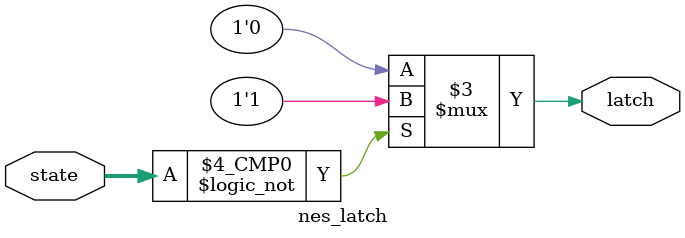
<source format=sv>
module nes_latch (input logic [3:0] state,
						output logic latch);
	
	always_comb 
		case(state)
		4'd0:		latch = 1;
		default:	latch = 0;
	endcase 
endmodule 
</source>
